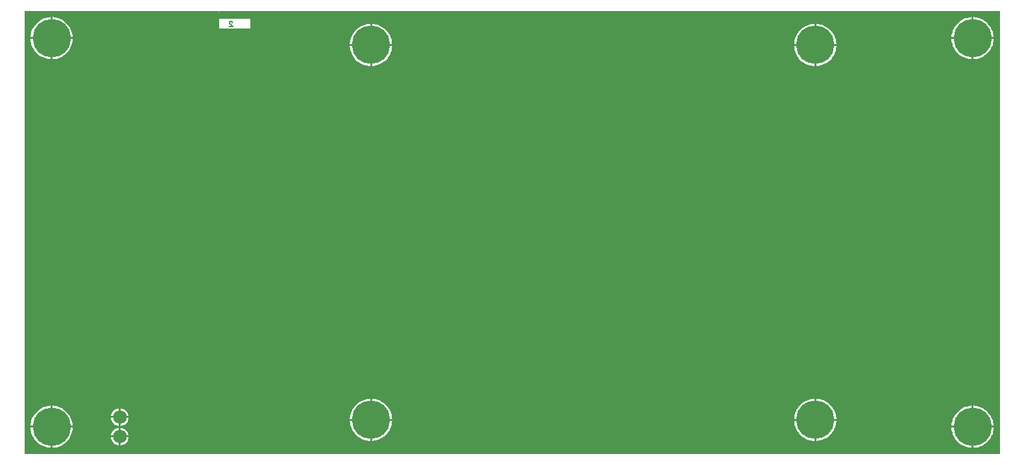
<source format=gbl>
G04 Layer: BottomLayer*
G04 Panelize: , Column: 2, Row: 2, Board Size: 127.89mm x 58.42mm, Panelized Board Size: 257.78mm x 118.84mm*
G04 EasyEDA v6.5.34, 2023-08-21 18:11:39*
G04 e8c068331ae34e3d8125ef6c1ac767d1,5a6b42c53f6a479593ecc07194224c93,10*
G04 Gerber Generator version 0.2*
G04 Scale: 100 percent, Rotated: No, Reflected: No *
G04 Dimensions in millimeters *
G04 leading zeros omitted , absolute positions ,4 integer and 5 decimal *
%FSLAX45Y45*%
%MOMM*%

%ADD10C,0.1524*%
%ADD11C,5.0000*%
%ADD12C,1.8000*%

%LPD*%
G36*
X12752781Y25908D02*
G01*
X36068Y26416D01*
X32156Y27178D01*
X28905Y29362D01*
X26670Y32664D01*
X25908Y36576D01*
X25908Y5805932D01*
X26670Y5809843D01*
X28905Y5813094D01*
X32156Y5815330D01*
X36068Y5816092D01*
X2555240Y5816092D01*
X2559151Y5815330D01*
X2562402Y5813094D01*
X2564638Y5809843D01*
X2565400Y5805932D01*
X2566162Y5809843D01*
X2568397Y5813094D01*
X2571648Y5815330D01*
X2575560Y5816092D01*
X12752832Y5816092D01*
X12756692Y5815330D01*
X12759994Y5813094D01*
X12762179Y5809843D01*
X12762992Y5805932D01*
X12762992Y36068D01*
X12762179Y32156D01*
X12759994Y28905D01*
X12756692Y26670D01*
G37*

%LPC*%
G36*
X10074910Y484784D02*
G01*
X10337800Y484784D01*
X10337800Y747471D01*
X10321645Y746455D01*
X10298785Y743102D01*
X10276281Y737819D01*
X10254284Y730656D01*
X10232999Y721715D01*
X10212527Y710996D01*
X10193020Y698652D01*
X10174630Y684682D01*
X10157460Y669188D01*
X10141610Y652373D01*
X10127284Y634238D01*
X10114483Y614984D01*
X10103358Y594766D01*
X10093960Y573633D01*
X10086340Y551840D01*
X10080599Y529437D01*
X10076738Y506679D01*
G37*
G36*
X393700Y105562D02*
G01*
X398322Y105664D01*
X421284Y108051D01*
X443992Y112369D01*
X466242Y118618D01*
X487934Y126644D01*
X508812Y136499D01*
X528828Y148031D01*
X547827Y161239D01*
X565607Y175971D01*
X582117Y192125D01*
X597204Y209600D01*
X610819Y228295D01*
X622757Y248107D01*
X633018Y268782D01*
X641553Y290271D01*
X648208Y312369D01*
X653034Y334975D01*
X655929Y357936D01*
X656336Y368300D01*
X393700Y368300D01*
G37*
G36*
X12392406Y105613D02*
G01*
X12392406Y368300D01*
X12129516Y368300D01*
X12131395Y346405D01*
X12135256Y323646D01*
X12140996Y301244D01*
X12148566Y279450D01*
X12157964Y258317D01*
X12169089Y238099D01*
X12181890Y218846D01*
X12196267Y200710D01*
X12212066Y183896D01*
X12229236Y168402D01*
X12247626Y154432D01*
X12267133Y142087D01*
X12287605Y131368D01*
X12308941Y122428D01*
X12330887Y115265D01*
X12353391Y109982D01*
X12376251Y106629D01*
G37*
G36*
X368300Y105613D02*
G01*
X368300Y368300D01*
X105410Y368300D01*
X107289Y346405D01*
X111150Y323646D01*
X116890Y301244D01*
X124460Y279450D01*
X133858Y258317D01*
X144983Y238099D01*
X157784Y218846D01*
X172161Y200710D01*
X187960Y183896D01*
X205130Y168402D01*
X223520Y154432D01*
X243027Y142087D01*
X263499Y131368D01*
X284835Y122428D01*
X306781Y115265D01*
X329285Y109982D01*
X352145Y106629D01*
G37*
G36*
X1257300Y139039D02*
G01*
X1257300Y241300D01*
X1154887Y241300D01*
X1155039Y239471D01*
X1157732Y225196D01*
X1162253Y211328D01*
X1168450Y198170D01*
X1176223Y185877D01*
X1185519Y174650D01*
X1196136Y164693D01*
X1207922Y156159D01*
X1220673Y149148D01*
X1234186Y143764D01*
X1248308Y140157D01*
G37*
G36*
X1282700Y139039D02*
G01*
X1291691Y140157D01*
X1305814Y143764D01*
X1319326Y149148D01*
X1332077Y156159D01*
X1343863Y164693D01*
X1354480Y174650D01*
X1363776Y185877D01*
X1371549Y198170D01*
X1377746Y211328D01*
X1382268Y225196D01*
X1384960Y239471D01*
X1385112Y241300D01*
X1282700Y241300D01*
G37*
G36*
X10363200Y196646D02*
G01*
X10367822Y196748D01*
X10390784Y199136D01*
X10413492Y203454D01*
X10435742Y209702D01*
X10457383Y217728D01*
X10478312Y227584D01*
X10498328Y239115D01*
X10517276Y252323D01*
X10535107Y267055D01*
X10551617Y283210D01*
X10566704Y300685D01*
X10580268Y319379D01*
X10592257Y339191D01*
X10602518Y359867D01*
X10611002Y381355D01*
X10617708Y403453D01*
X10622534Y426059D01*
X10625429Y448970D01*
X10625836Y459384D01*
X10363200Y459384D01*
G37*
G36*
X4563211Y196646D02*
G01*
X4567834Y196748D01*
X4590796Y199136D01*
X4613503Y203454D01*
X4635754Y209702D01*
X4657394Y217728D01*
X4678324Y227584D01*
X4698339Y239115D01*
X4717288Y252323D01*
X4735118Y267055D01*
X4751628Y283210D01*
X4766716Y300685D01*
X4780280Y319379D01*
X4792268Y339191D01*
X4802530Y359867D01*
X4811014Y381355D01*
X4817719Y403453D01*
X4822545Y426059D01*
X4825441Y448970D01*
X4825847Y459384D01*
X4563211Y459384D01*
G37*
G36*
X10337800Y196697D02*
G01*
X10337800Y459384D01*
X10074910Y459384D01*
X10076738Y437489D01*
X10080599Y414731D01*
X10086340Y392328D01*
X10093960Y370535D01*
X10103358Y349402D01*
X10114483Y329184D01*
X10127284Y309930D01*
X10141610Y291795D01*
X10157460Y274980D01*
X10174630Y259486D01*
X10193020Y245516D01*
X10212527Y233121D01*
X10232999Y222453D01*
X10254284Y213461D01*
X10276281Y206349D01*
X10298785Y201066D01*
X10321645Y197713D01*
G37*
G36*
X4537811Y196697D02*
G01*
X4537811Y459384D01*
X4274921Y459384D01*
X4276750Y437489D01*
X4280611Y414731D01*
X4286351Y392328D01*
X4293971Y370535D01*
X4303369Y349402D01*
X4314494Y329184D01*
X4327296Y309930D01*
X4341622Y291795D01*
X4357471Y274980D01*
X4374642Y259486D01*
X4393031Y245516D01*
X4412538Y233121D01*
X4433011Y222453D01*
X4454296Y213461D01*
X4476292Y206349D01*
X4498797Y201066D01*
X4521657Y197713D01*
G37*
G36*
X1154887Y266700D02*
G01*
X1257300Y266700D01*
X1257300Y368960D01*
X1248308Y367842D01*
X1234186Y364236D01*
X1220673Y358851D01*
X1207922Y351840D01*
X1196136Y343306D01*
X1185519Y333349D01*
X1176223Y322122D01*
X1168450Y309829D01*
X1162253Y296672D01*
X1157732Y282803D01*
X1155039Y268528D01*
G37*
G36*
X1282700Y266700D02*
G01*
X1385112Y266700D01*
X1384960Y268528D01*
X1382268Y282803D01*
X1377746Y296672D01*
X1371549Y309829D01*
X1363776Y322122D01*
X1354480Y333349D01*
X1343863Y343306D01*
X1332077Y351840D01*
X1319326Y358851D01*
X1305814Y364236D01*
X1291691Y367842D01*
X1282700Y368960D01*
G37*
G36*
X1257300Y393039D02*
G01*
X1257300Y495300D01*
X1154887Y495300D01*
X1155039Y493471D01*
X1157732Y479196D01*
X1162253Y465328D01*
X1168450Y452170D01*
X1176223Y439877D01*
X1185519Y428650D01*
X1196136Y418693D01*
X1207922Y410159D01*
X1220673Y403148D01*
X1234186Y397764D01*
X1248308Y394157D01*
G37*
G36*
X1282700Y393039D02*
G01*
X1291691Y394157D01*
X1305814Y397764D01*
X1319326Y403148D01*
X1332077Y410159D01*
X1343863Y418693D01*
X1354480Y428650D01*
X1363776Y439877D01*
X1371549Y452170D01*
X1377746Y465328D01*
X1382268Y479196D01*
X1384960Y493471D01*
X1385112Y495300D01*
X1282700Y495300D01*
G37*
G36*
X12417806Y393700D02*
G01*
X12680442Y393700D01*
X12680035Y404063D01*
X12677140Y427024D01*
X12672314Y449630D01*
X12665659Y471728D01*
X12657124Y493217D01*
X12646863Y513892D01*
X12634925Y533704D01*
X12621310Y552348D01*
X12606223Y569874D01*
X12589713Y586028D01*
X12571933Y600760D01*
X12552934Y613968D01*
X12532918Y625500D01*
X12512040Y635355D01*
X12490348Y643382D01*
X12468098Y649630D01*
X12445390Y653948D01*
X12422428Y656336D01*
X12417806Y656437D01*
G37*
G36*
X393700Y393700D02*
G01*
X656336Y393700D01*
X655929Y404063D01*
X653034Y427024D01*
X648208Y449630D01*
X641553Y471728D01*
X633018Y493217D01*
X622757Y513892D01*
X610819Y533704D01*
X597204Y552348D01*
X582117Y569874D01*
X565607Y586028D01*
X547827Y600760D01*
X528828Y613968D01*
X508812Y625500D01*
X487934Y635355D01*
X466242Y643382D01*
X443992Y649630D01*
X421284Y653948D01*
X398322Y656336D01*
X393700Y656437D01*
G37*
G36*
X12129516Y393700D02*
G01*
X12392406Y393700D01*
X12392406Y656386D01*
X12376251Y655370D01*
X12353391Y652018D01*
X12330887Y646734D01*
X12308941Y639572D01*
X12287605Y630631D01*
X12267133Y619912D01*
X12247626Y607568D01*
X12229236Y593598D01*
X12212066Y578104D01*
X12196267Y561289D01*
X12181890Y543153D01*
X12169089Y523900D01*
X12157964Y503682D01*
X12148566Y482549D01*
X12140996Y460756D01*
X12135256Y438353D01*
X12131395Y415594D01*
G37*
G36*
X105410Y393700D02*
G01*
X368300Y393700D01*
X368300Y656386D01*
X352145Y655370D01*
X329285Y652018D01*
X306781Y646734D01*
X284835Y639572D01*
X263499Y630631D01*
X243027Y619912D01*
X223520Y607568D01*
X205130Y593598D01*
X187960Y578104D01*
X172161Y561289D01*
X157784Y543153D01*
X144983Y523900D01*
X133858Y503682D01*
X124460Y482549D01*
X116890Y460756D01*
X111150Y438353D01*
X107289Y415594D01*
G37*
G36*
X10363200Y484784D02*
G01*
X10625836Y484784D01*
X10625429Y495147D01*
X10622534Y518109D01*
X10617708Y540715D01*
X10611002Y562813D01*
X10602518Y584301D01*
X10592257Y604977D01*
X10580268Y624738D01*
X10566704Y643432D01*
X10551617Y660958D01*
X10535107Y677113D01*
X10517276Y691845D01*
X10498328Y705053D01*
X10478312Y716584D01*
X10457383Y726440D01*
X10435742Y734466D01*
X10413492Y740714D01*
X10390784Y745032D01*
X10367822Y747420D01*
X10363200Y747522D01*
G37*
G36*
X4563211Y484784D02*
G01*
X4825847Y484784D01*
X4825441Y495147D01*
X4822545Y518109D01*
X4817719Y540715D01*
X4811014Y562813D01*
X4802530Y584301D01*
X4792268Y604977D01*
X4780280Y624738D01*
X4766716Y643432D01*
X4751628Y660958D01*
X4735118Y677113D01*
X4717288Y691845D01*
X4698339Y705053D01*
X4678324Y716584D01*
X4657394Y726440D01*
X4635754Y734466D01*
X4613503Y740714D01*
X4590796Y745032D01*
X4567834Y747420D01*
X4563211Y747522D01*
G37*
G36*
X4274921Y484784D02*
G01*
X4537811Y484784D01*
X4537811Y747471D01*
X4521657Y746455D01*
X4498797Y743102D01*
X4476292Y737819D01*
X4454296Y730656D01*
X4433011Y721715D01*
X4412538Y710996D01*
X4393031Y698652D01*
X4374642Y684682D01*
X4357471Y669188D01*
X4341622Y652373D01*
X4327296Y634238D01*
X4314494Y614984D01*
X4303369Y594766D01*
X4293971Y573633D01*
X4286351Y551840D01*
X4280611Y529437D01*
X4276750Y506679D01*
G37*
G36*
X12417806Y105562D02*
G01*
X12422428Y105664D01*
X12445390Y108051D01*
X12468098Y112369D01*
X12490348Y118618D01*
X12512040Y126644D01*
X12532918Y136499D01*
X12552934Y148031D01*
X12571933Y161239D01*
X12589713Y175971D01*
X12606223Y192125D01*
X12621310Y209600D01*
X12634925Y228295D01*
X12646863Y248107D01*
X12657124Y268782D01*
X12665659Y290271D01*
X12672314Y312369D01*
X12677140Y334975D01*
X12680035Y357936D01*
X12680442Y368300D01*
X12417806Y368300D01*
G37*
G36*
X1154887Y520700D02*
G01*
X1257300Y520700D01*
X1257300Y622960D01*
X1248308Y621842D01*
X1234186Y618236D01*
X1220673Y612851D01*
X1207922Y605840D01*
X1196136Y597306D01*
X1185519Y587349D01*
X1176223Y576122D01*
X1168450Y563829D01*
X1162253Y550672D01*
X1157732Y536803D01*
X1155039Y522528D01*
G37*
G36*
X1282700Y520700D02*
G01*
X1385112Y520700D01*
X1384960Y522528D01*
X1382268Y536803D01*
X1377746Y550672D01*
X1371549Y563829D01*
X1363776Y576122D01*
X1354480Y587349D01*
X1343863Y597306D01*
X1332077Y605840D01*
X1319326Y612851D01*
X1305814Y618236D01*
X1291691Y621842D01*
X1282700Y622960D01*
G37*
G36*
X4563211Y5096611D02*
G01*
X4567834Y5096713D01*
X4590796Y5099151D01*
X4613503Y5103469D01*
X4635754Y5109667D01*
X4657394Y5117744D01*
X4678324Y5127548D01*
X4698339Y5139131D01*
X4717288Y5152288D01*
X4735118Y5167020D01*
X4751628Y5183225D01*
X4766716Y5200700D01*
X4780280Y5219395D01*
X4792268Y5239156D01*
X4802530Y5259832D01*
X4811014Y5281320D01*
X4817719Y5303469D01*
X4822545Y5326075D01*
X4825441Y5348986D01*
X4825847Y5359349D01*
X4563211Y5359349D01*
G37*
G36*
X10363200Y5096611D02*
G01*
X10367822Y5096713D01*
X10390784Y5099151D01*
X10413492Y5103469D01*
X10435742Y5109667D01*
X10457383Y5117744D01*
X10478312Y5127548D01*
X10498328Y5139131D01*
X10517276Y5152288D01*
X10535107Y5167020D01*
X10551617Y5183225D01*
X10566704Y5200700D01*
X10580268Y5219395D01*
X10592257Y5239156D01*
X10602518Y5259832D01*
X10611002Y5281320D01*
X10617708Y5303469D01*
X10622534Y5326075D01*
X10625429Y5348986D01*
X10625836Y5359349D01*
X10363200Y5359349D01*
G37*
G36*
X4537811Y5096662D02*
G01*
X4537811Y5359349D01*
X4274921Y5359349D01*
X4276750Y5337505D01*
X4280611Y5314696D01*
X4286351Y5292344D01*
X4293971Y5270500D01*
X4303369Y5249418D01*
X4314494Y5229148D01*
X4327296Y5209895D01*
X4341622Y5191810D01*
X4357471Y5174945D01*
X4374642Y5159502D01*
X4393031Y5145532D01*
X4412538Y5133136D01*
X4433011Y5122418D01*
X4454296Y5113477D01*
X4476292Y5106314D01*
X4498797Y5101082D01*
X4521657Y5097678D01*
G37*
G36*
X10337800Y5096662D02*
G01*
X10337800Y5359349D01*
X10074910Y5359349D01*
X10076738Y5337505D01*
X10080599Y5314696D01*
X10086340Y5292344D01*
X10093960Y5270500D01*
X10103358Y5249418D01*
X10114483Y5229148D01*
X10127284Y5209895D01*
X10141610Y5191810D01*
X10157460Y5174945D01*
X10174630Y5159502D01*
X10193020Y5145532D01*
X10212527Y5133136D01*
X10232999Y5122418D01*
X10254284Y5113477D01*
X10276281Y5106314D01*
X10298785Y5101082D01*
X10321645Y5097678D01*
G37*
G36*
X12417806Y5185562D02*
G01*
X12422428Y5185664D01*
X12445390Y5188051D01*
X12468098Y5192369D01*
X12490348Y5198618D01*
X12512040Y5206644D01*
X12532918Y5216499D01*
X12552934Y5228031D01*
X12571933Y5241239D01*
X12589713Y5255971D01*
X12606223Y5272125D01*
X12621310Y5289600D01*
X12634925Y5308295D01*
X12646863Y5328107D01*
X12657124Y5348782D01*
X12665659Y5370271D01*
X12672314Y5392369D01*
X12677140Y5414975D01*
X12680035Y5437936D01*
X12680442Y5448300D01*
X12417806Y5448300D01*
G37*
G36*
X393700Y5185562D02*
G01*
X398322Y5185664D01*
X421284Y5188051D01*
X443992Y5192369D01*
X466242Y5198618D01*
X487934Y5206644D01*
X508812Y5216499D01*
X528828Y5228031D01*
X547827Y5241239D01*
X565607Y5255971D01*
X582117Y5272125D01*
X597204Y5289600D01*
X610819Y5308295D01*
X622757Y5328107D01*
X633018Y5348782D01*
X641553Y5370271D01*
X648208Y5392369D01*
X653034Y5414975D01*
X655929Y5437936D01*
X656336Y5448300D01*
X393700Y5448300D01*
G37*
G36*
X12392406Y5185613D02*
G01*
X12392406Y5448300D01*
X12129516Y5448300D01*
X12131395Y5426405D01*
X12135256Y5403646D01*
X12140996Y5381244D01*
X12148566Y5359450D01*
X12157964Y5338318D01*
X12169089Y5318099D01*
X12181890Y5298846D01*
X12196267Y5280710D01*
X12212066Y5263896D01*
X12229236Y5248402D01*
X12247626Y5234432D01*
X12267133Y5222087D01*
X12287605Y5211368D01*
X12308941Y5202428D01*
X12330887Y5195265D01*
X12353391Y5189982D01*
X12376251Y5186629D01*
G37*
G36*
X368300Y5185613D02*
G01*
X368300Y5448300D01*
X105410Y5448300D01*
X107289Y5426405D01*
X111150Y5403646D01*
X116890Y5381244D01*
X124460Y5359450D01*
X133858Y5338318D01*
X144983Y5318099D01*
X157784Y5298846D01*
X172161Y5280710D01*
X187960Y5263896D01*
X205130Y5248402D01*
X223520Y5234432D01*
X243027Y5222087D01*
X263499Y5211368D01*
X284835Y5202428D01*
X306781Y5195265D01*
X329285Y5189982D01*
X352145Y5186629D01*
G37*
G36*
X4563211Y5384749D02*
G01*
X4825847Y5384749D01*
X4825441Y5395163D01*
X4822545Y5418074D01*
X4817719Y5440680D01*
X4811014Y5462828D01*
X4802530Y5484266D01*
X4792268Y5504992D01*
X4780280Y5524754D01*
X4766716Y5543448D01*
X4751628Y5560923D01*
X4735118Y5577128D01*
X4717288Y5591810D01*
X4698339Y5605018D01*
X4678324Y5616549D01*
X4657394Y5626404D01*
X4635754Y5634482D01*
X4613503Y5640679D01*
X4590796Y5644997D01*
X4567834Y5647436D01*
X4563211Y5647537D01*
G37*
G36*
X10363200Y5384749D02*
G01*
X10625836Y5384749D01*
X10625429Y5395163D01*
X10622534Y5418074D01*
X10617708Y5440680D01*
X10611002Y5462828D01*
X10602518Y5484266D01*
X10592257Y5504992D01*
X10580268Y5524754D01*
X10566704Y5543448D01*
X10551617Y5560923D01*
X10535107Y5577128D01*
X10517276Y5591810D01*
X10498328Y5605018D01*
X10478312Y5616549D01*
X10457383Y5626404D01*
X10435742Y5634482D01*
X10413492Y5640679D01*
X10390784Y5644997D01*
X10367822Y5647436D01*
X10363200Y5647537D01*
G37*
G36*
X4274921Y5384749D02*
G01*
X4537811Y5384749D01*
X4537811Y5647486D01*
X4521657Y5646470D01*
X4498797Y5643067D01*
X4476292Y5637784D01*
X4454296Y5630672D01*
X4433011Y5621731D01*
X4412538Y5611012D01*
X4393031Y5598617D01*
X4374642Y5584647D01*
X4357471Y5569204D01*
X4341622Y5552338D01*
X4327296Y5534253D01*
X4314494Y5515000D01*
X4303369Y5494731D01*
X4293971Y5473649D01*
X4286351Y5451805D01*
X4280611Y5429453D01*
X4276750Y5406644D01*
G37*
G36*
X10074910Y5384749D02*
G01*
X10337800Y5384749D01*
X10337800Y5647486D01*
X10321645Y5646470D01*
X10298785Y5643067D01*
X10276281Y5637784D01*
X10254284Y5630672D01*
X10232999Y5621731D01*
X10212527Y5611012D01*
X10193020Y5598617D01*
X10174630Y5584647D01*
X10157460Y5569204D01*
X10141610Y5552338D01*
X10127284Y5534253D01*
X10114483Y5515000D01*
X10103358Y5494731D01*
X10093960Y5473649D01*
X10086340Y5451805D01*
X10080599Y5429453D01*
X10076738Y5406644D01*
G37*
G36*
X393700Y5473700D02*
G01*
X656336Y5473700D01*
X655929Y5484063D01*
X653034Y5507024D01*
X648208Y5529630D01*
X641553Y5551728D01*
X633018Y5573217D01*
X622757Y5593892D01*
X610819Y5613704D01*
X597204Y5632348D01*
X582117Y5649874D01*
X565607Y5666028D01*
X547827Y5680760D01*
X528828Y5693968D01*
X508812Y5705500D01*
X487934Y5715355D01*
X466242Y5723382D01*
X443992Y5729630D01*
X421284Y5733948D01*
X398322Y5736336D01*
X393700Y5736437D01*
G37*
G36*
X12417806Y5473700D02*
G01*
X12680442Y5473700D01*
X12680035Y5484063D01*
X12677140Y5507024D01*
X12672314Y5529630D01*
X12665659Y5551728D01*
X12657124Y5573217D01*
X12646863Y5593892D01*
X12634925Y5613704D01*
X12621310Y5632348D01*
X12606223Y5649874D01*
X12589713Y5666028D01*
X12571933Y5680760D01*
X12552934Y5693968D01*
X12532918Y5705500D01*
X12512040Y5715355D01*
X12490348Y5723382D01*
X12468098Y5729630D01*
X12445390Y5733948D01*
X12422428Y5736336D01*
X12417806Y5736437D01*
G37*
G36*
X12129516Y5473700D02*
G01*
X12392406Y5473700D01*
X12392406Y5736386D01*
X12376251Y5735370D01*
X12353391Y5732018D01*
X12330887Y5726734D01*
X12308941Y5719572D01*
X12287605Y5710631D01*
X12267133Y5699912D01*
X12247626Y5687568D01*
X12229236Y5673598D01*
X12212066Y5658104D01*
X12196267Y5641289D01*
X12181890Y5623153D01*
X12169089Y5603900D01*
X12157964Y5583682D01*
X12148566Y5562549D01*
X12140996Y5540756D01*
X12135256Y5518353D01*
X12131395Y5495594D01*
G37*
G36*
X105410Y5473700D02*
G01*
X368300Y5473700D01*
X368300Y5736386D01*
X352145Y5735370D01*
X329285Y5732018D01*
X306781Y5726734D01*
X284835Y5719572D01*
X263499Y5710631D01*
X243027Y5699912D01*
X223520Y5687568D01*
X205130Y5673598D01*
X187960Y5658104D01*
X172161Y5641289D01*
X157784Y5623153D01*
X144983Y5603900D01*
X133858Y5583682D01*
X124460Y5562549D01*
X116890Y5540756D01*
X111150Y5518353D01*
X107289Y5495594D01*
G37*
G36*
X2691688Y5583682D02*
G01*
X2750261Y5583682D01*
X2756560Y5584393D01*
X2764840Y5587593D01*
X2767634Y5588000D01*
X2970784Y5588000D01*
X2971800Y5589016D01*
X2971800Y5713984D01*
X2970784Y5715000D01*
X2763520Y5715000D01*
X2760167Y5715558D01*
X2756560Y5716828D01*
X2750261Y5717540D01*
X2691688Y5717540D01*
X2685389Y5716828D01*
X2681782Y5715558D01*
X2678430Y5715000D01*
X2575560Y5715000D01*
X2571648Y5715762D01*
X2568397Y5717997D01*
X2566162Y5721248D01*
X2565400Y5725160D01*
X2565400Y5589016D01*
X2566416Y5588000D01*
X2674315Y5588000D01*
X2677109Y5587593D01*
X2679903Y5586323D01*
X2685389Y5584393D01*
G37*

%LPD*%
D10*
X2739897Y5668010D02*
G01*
X2739897Y5671312D01*
X2736850Y5677662D01*
X2733547Y5680963D01*
X2727197Y5684012D01*
X2714497Y5684012D01*
X2708147Y5680963D01*
X2705100Y5677662D01*
X2701797Y5671312D01*
X2701797Y5664962D01*
X2705100Y5658612D01*
X2711450Y5648960D01*
X2743200Y5617210D01*
X2698750Y5617210D01*
D11*
G01*
X381000Y5461000D03*
G01*
X381000Y381000D03*
G01*
X12405106Y5461000D03*
G01*
X12405106Y381000D03*
G01*
X4550486Y472109D03*
G01*
X10350474Y472109D03*
G01*
X4550486Y5372100D03*
G01*
X10350474Y5372100D03*
D12*
G01*
X1270000Y508000D03*
G01*
X1270000Y254000D03*
M02*

</source>
